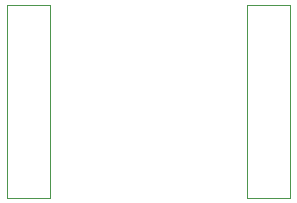
<source format=gbr>
G04 #@! TF.GenerationSoftware,KiCad,Pcbnew,(5.0.1)-3*
G04 #@! TF.CreationDate,2018-12-06T00:17:23+01:00*
G04 #@! TF.ProjectId,air602bob,616972363032626F622E6B696361645F,rev?*
G04 #@! TF.SameCoordinates,Original*
G04 #@! TF.FileFunction,Other,User*
%FSLAX46Y46*%
G04 Gerber Fmt 4.6, Leading zero omitted, Abs format (unit mm)*
G04 Created by KiCad (PCBNEW (5.0.1)-3) date 06/12/2018 00:17:23*
%MOMM*%
%LPD*%
G01*
G04 APERTURE LIST*
%ADD10C,0.050000*%
G04 APERTURE END LIST*
D10*
G04 #@! TO.C,J2*
X61700000Y-90910000D02*
X65300000Y-90910000D01*
X61700000Y-107210000D02*
X61700000Y-90910000D01*
X65300000Y-107210000D02*
X61700000Y-107210000D01*
X65300000Y-90910000D02*
X65300000Y-107210000D01*
G04 #@! TO.C,J1*
X85620000Y-90910000D02*
X85620000Y-107210000D01*
X85620000Y-107210000D02*
X82020000Y-107210000D01*
X82020000Y-107210000D02*
X82020000Y-90910000D01*
X82020000Y-90910000D02*
X85620000Y-90910000D01*
G04 #@! TD*
M02*

</source>
